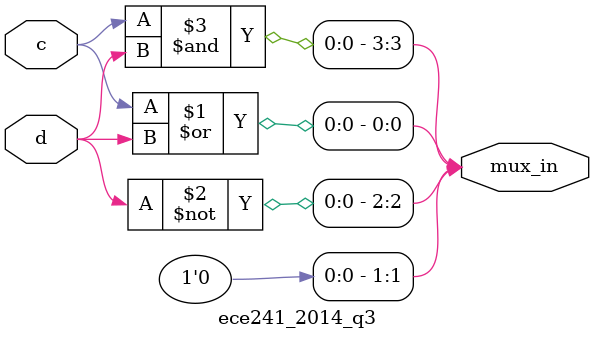
<source format=v>
module ece241_2014_q3 (
  input c,
  input d,
  output [3:0] mux_in

);

  assign mux_in[0] = c | d;
  assign mux_in[1] = 0;
  assign mux_in[2] = ~d;
  assign mux_in[3] = c&d;

endmodule




</source>
